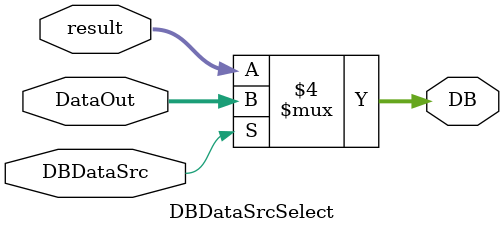
<source format=v>
`timescale 1ns / 1ps


module DBDataSrcSelect(
    input [31:0]result,
    input [31:0]DataOut,
    input DBDataSrc,
    output reg[31:0]DB
    );
    always@(DBDataSrc or result or DataOut) begin
        if(DBDataSrc==0)
            DB<=result;
        else
            DB<=DataOut;
    end
endmodule

</source>
